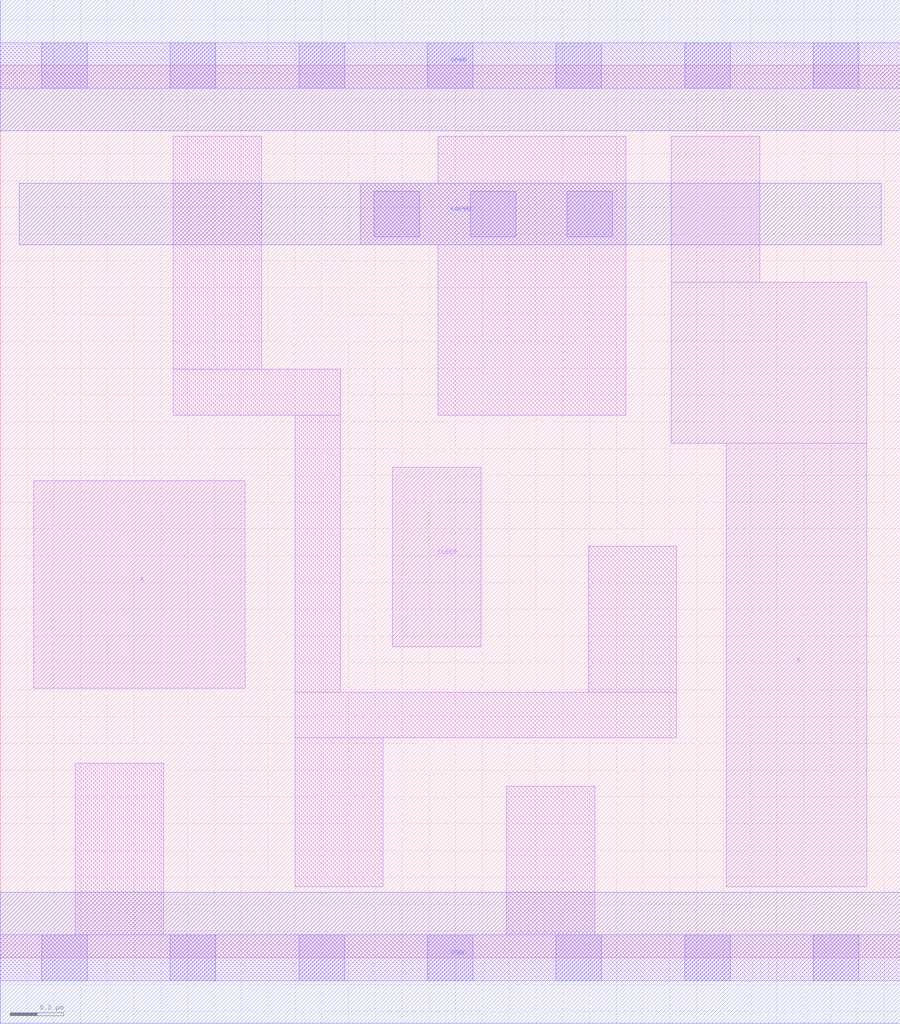
<source format=lef>
# Copyright 2020 The SkyWater PDK Authors
#
# Licensed under the Apache License, Version 2.0 (the "License");
# you may not use this file except in compliance with the License.
# You may obtain a copy of the License at
#
#     https://www.apache.org/licenses/LICENSE-2.0
#
# Unless required by applicable law or agreed to in writing, software
# distributed under the License is distributed on an "AS IS" BASIS,
# WITHOUT WARRANTIES OR CONDITIONS OF ANY KIND, either express or implied.
# See the License for the specific language governing permissions and
# limitations under the License.
#
# SPDX-License-Identifier: Apache-2.0

VERSION 5.7 ;
  NAMESCASESENSITIVE ON ;
  NOWIREEXTENSIONATPIN ON ;
  DIVIDERCHAR "/" ;
  BUSBITCHARS "[]" ;
UNITS
  DATABASE MICRONS 200 ;
END UNITS
MACRO sky130_fd_sc_lp__iso1p_lp2
  CLASS CORE ;
  FOREIGN sky130_fd_sc_lp__iso1p_lp2 ;
  ORIGIN  0.000000  0.000000 ;
  SIZE  3.360000 BY  3.330000 ;
  SYMMETRY X Y R90 ;
  SITE unit ;
  PIN A
    ANTENNAGATEAREA  0.376000 ;
    DIRECTION INPUT ;
    USE SIGNAL ;
    PORT
      LAYER li1 ;
        RECT 0.125000 1.005000 0.915000 1.780000 ;
    END
  END A
  PIN SLEEP
    ANTENNAGATEAREA  0.376000 ;
    DIRECTION INPUT ;
    USE SIGNAL ;
    PORT
      LAYER li1 ;
        RECT 1.465000 1.160000 1.795000 1.830000 ;
    END
  END SLEEP
  PIN X
    ANTENNADIFFAREA  0.404700 ;
    DIRECTION OUTPUT ;
    USE SIGNAL ;
    PORT
      LAYER li1 ;
        RECT 2.505000 1.920000 3.235000 2.520000 ;
        RECT 2.505000 2.520000 2.835000 3.065000 ;
        RECT 2.710000 0.265000 3.235000 1.920000 ;
    END
  END X
  PIN KAPWR
    DIRECTION INOUT ;
    USE POWER ;
    PORT
      LAYER met1 ;
        RECT 0.070000 2.660000 3.290000 2.890000 ;
    END
  END KAPWR
  PIN VGND
    DIRECTION INOUT ;
    USE GROUND ;
    PORT
      LAYER met1 ;
        RECT 0.000000 -0.245000 3.360000 0.245000 ;
    END
  END VGND
  PIN VPWR
    DIRECTION INOUT ;
    USE POWER ;
    PORT
      LAYER met1 ;
        RECT 0.000000 3.085000 3.360000 3.575000 ;
    END
  END VPWR
  OBS
    LAYER li1 ;
      RECT 0.000000 -0.085000 3.360000 0.085000 ;
      RECT 0.000000  3.245000 3.360000 3.415000 ;
      RECT 0.280000  0.085000 0.610000 0.725000 ;
      RECT 0.645000  2.025000 1.270000 2.195000 ;
      RECT 0.645000  2.195000 0.975000 3.065000 ;
      RECT 1.100000  0.265000 1.430000 0.820000 ;
      RECT 1.100000  0.820000 2.525000 0.990000 ;
      RECT 1.100000  0.990000 1.270000 2.025000 ;
      RECT 1.345000  2.660000 2.335000 2.890000 ;
      RECT 1.635000  2.025000 2.335000 2.660000 ;
      RECT 1.635000  2.890000 2.335000 3.065000 ;
      RECT 1.890000  0.085000 2.220000 0.640000 ;
      RECT 2.195000  0.990000 2.525000 1.535000 ;
    LAYER mcon ;
      RECT 0.155000 -0.085000 0.325000 0.085000 ;
      RECT 0.155000  3.245000 0.325000 3.415000 ;
      RECT 0.635000 -0.085000 0.805000 0.085000 ;
      RECT 0.635000  3.245000 0.805000 3.415000 ;
      RECT 1.115000 -0.085000 1.285000 0.085000 ;
      RECT 1.115000  3.245000 1.285000 3.415000 ;
      RECT 1.395000  2.690000 1.565000 2.860000 ;
      RECT 1.595000 -0.085000 1.765000 0.085000 ;
      RECT 1.595000  3.245000 1.765000 3.415000 ;
      RECT 1.755000  2.690000 1.925000 2.860000 ;
      RECT 2.075000 -0.085000 2.245000 0.085000 ;
      RECT 2.075000  3.245000 2.245000 3.415000 ;
      RECT 2.115000  2.690000 2.285000 2.860000 ;
      RECT 2.555000 -0.085000 2.725000 0.085000 ;
      RECT 2.555000  3.245000 2.725000 3.415000 ;
      RECT 3.035000 -0.085000 3.205000 0.085000 ;
      RECT 3.035000  3.245000 3.205000 3.415000 ;
  END
END sky130_fd_sc_lp__iso1p_lp2
END LIBRARY

</source>
